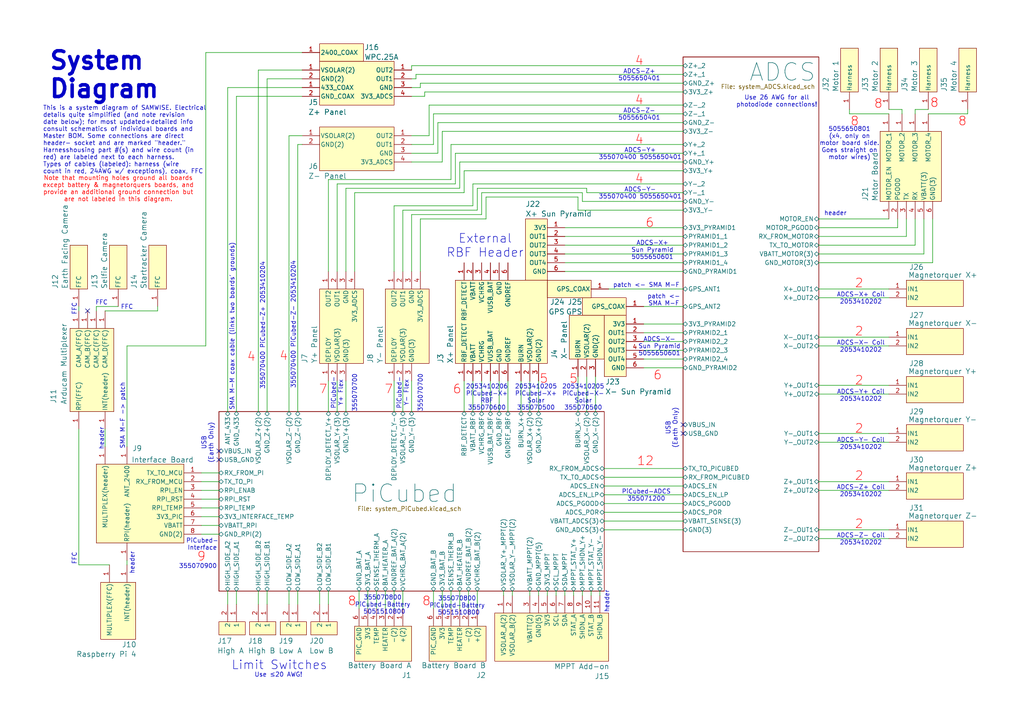
<source format=kicad_sch>
(kicad_sch (version 20250114) (generator "eeschema") (generator_version "9.0")
  (paper "A4")
  (title_block (title "system") (date "2025-06-09") (company "Stanford Space Initiative") (comment 1 "Hunter Liu"))
  (lib_symbols
    (symbol "Y_panel_1" (pin_names (offset 0.254))
      (property "Reference" "J7" (at 5.08 6.8969 0))
      (property "Value" "Y Panel" (at 5.08 4.064 0))
      (symbol "Y_panel_1_1_1"
        (pin passive line (at 0 0 0) (length 5.08) (name "DEPLOY") (number "1"))
        (pin passive line (at 0 -2.54 0) (length 5.08) (name "VSOLAR(3)") (number "2"))
        (pin passive line (at 0 -5.08 0) (length 5.08) (name "GND(3)") (number "3"))
        (pin passive line (at 31.75 0 180) (length 5.08) (name "OUT2") (number "1"))
        (pin passive line (at 31.75 -2.54 180) (length 5.08) (name "OUT1") (number "2"))
        (pin passive line (at 31.75 -5.08 180) (length 5.08) (name "GND") (number "3"))
        (pin passive line (at 31.75 -7.62 180) (length 5.08) (name "3V3_ADCS") (number "4"))
      )
    )
    (symbol "ssi_system:WPC.25A_system" (pin_names (offset 0.254))
      (property "Reference" "J16" (at 18.034 1.524 0))
      (property "Value" "WPC.25A" (at 18.034 -1.3089 0))
      (symbol "WPC.25A_system_1_1"
        (pin passive line (at 0 0 0) (length 5.08) (name "2400_COAX") (number "1"))
      )
    )
    (symbol "ssi_system:X+_panel" (pin_names (offset 0.254))
      (property "Reference" "J3" (at 5.08 6.858 0))
      (property "Value" "X+ Panel" (at 5.08 4.0251 0))
      (symbol "X+_panel_1_1"
        (pin passive line (at 0 0 0) (length 5.08) (name "RBF_DETECT") (number "1"))
        (pin passive line (at 0 -2.54 0) (length 5.08) (name "VBATT") (number "2"))
        (pin passive line (at 0 -5.08 0) (length 5.08) (name "VCHRG") (number "3"))
        (pin passive line (at 0 -7.62 0) (length 5.08) (name "VUSB_BAT") (number "4"))
        (pin passive line (at 0 -10.16 0) (length 5.08) (name "GND") (number "5"))
        (pin passive line (at 0 -12.7 0) (length 5.08) (name "GNDREF") (number "6"))
        (pin passive line (at 0 -16.51 0) (length 5.08) (name "BURN") (number "1"))
        (pin passive line (at 0 -19.05 0) (length 5.08) (name "VSOLAR(2)") (number "2"))
        (pin passive line (at 0 -21.59 0) (length 5.08) (name "GND(2)") (number "3"))
        (pin passive line (at 34.29 0 180) (length 5.08) (name "RBF_DETECT") (number "1"))
        (pin passive line (at 34.29 -2.54 180) (length 5.08) (name "VBATT") (number "2"))
        (pin passive line (at 34.29 -5.08 180) (length 5.08) (name "VCHRG") (number "3"))
        (pin passive line (at 34.29 -7.62 180) (length 5.08) (name "VUSB_BAT") (number "4"))
        (pin passive line (at 34.29 -10.16 180) (length 5.08) (name "GND") (number "5"))
        (pin passive line (at 34.29 -12.7 180) (length 5.08) (name "GNDREF") (number "6"))
      )
    )
    (symbol "ssi_system:X-_panel" (pin_names (offset 0.254))
      (property "Reference" "J4" (at 5.08 6.858 0))
      (property "Value" "X- Panel" (at 5.08 4.0251 0))
      (symbol "X-_panel_1_1"
        (pin passive line (at 0 0 0) (length 5.08) (name "BURN") (number "1"))
        (pin passive line (at 0 -2.54 0) (length 5.08) (name "VSOLAR(2)") (number "2"))
        (pin passive line (at 0 -5.08 0) (length 5.08) (name "GND(2)") (number "3"))
      )
    )
    (symbol "ssi_system:Y_panel" (pin_names (offset 0.254))
      (property "Reference" "J7" (at 5.08 6.8969 0))
      (property "Value" "Y Panel" (at 5.08 4.064 0))
      (symbol "Y_panel_1_1"
        (pin passive line (at 0 0 0) (length 5.08) (name "DEPLOY") (number "1"))
        (pin passive line (at 0 -2.54 0) (length 5.08) (name "VSOLAR(3)") (number "2"))
        (pin passive line (at 0 -5.08 0) (length 5.08) (name "GND(3)") (number "3"))
        (pin passive line (at 31.75 0 180) (length 5.08) (name "OUT2") (number "1"))
        (pin passive line (at 31.75 -2.54 180) (length 5.08) (name "OUT1") (number "2"))
        (pin passive line (at 31.75 -5.08 180) (length 5.08) (name "GND") (number "3"))
        (pin passive line (at 31.75 -7.62 180) (length 5.08) (name "3V3_ADCS") (number "4"))
      )
    )
    (symbol "ssi_system:Z+_panel" (pin_names (offset 0.254))
      (property "Reference" "J5" (at 22.606 6.858 0))
      (property "Value" "Z+ Panel" (at 22.606 4.0251 0))
      (symbol "Z+_panel_1_1"
        (pin passive line (at 0 0 0) (length 5.08) (name "VSOLAR(2)") (number "1"))
        (pin passive line (at 0 -2.54 0) (length 5.08) (name "GND(2)") (number "2"))
        (pin passive line (at 0 -5.08 0) (length 5.08) (name "433_COAX") (number "1"))
        (pin passive line (at 0 -7.62 0) (length 5.08) (name "GND_COAX") (number "2"))
        (pin passive line (at 31.75 0 180) (length 5.08) (name "OUT2") (number "1"))
        (pin passive line (at 31.75 -2.54 180) (length 5.08) (name "OUT1") (number "2"))
        (pin passive line (at 31.75 -5.08 180) (length 5.08) (name "GND") (number "3"))
        (pin passive line (at 31.75 -7.62 180) (length 5.08) (name "3V3_ADCS") (number "4"))
      )
    )
    (symbol "ssi_system:Z-_panel" (pin_names (offset 0.254))
      (property "Reference" "J6" (at 22.86 6.858 0))
      (property "Value" "Z- Panel" (at 22.86 4.0251 0))
      (symbol "Z-_panel_1_1"
        (pin passive line (at 0 0 0) (length 5.08) (name "VSOLAR(2)") (number "1"))
        (pin passive line (at 0 -2.54 0) (length 5.08) (name "GND(2)") (number "2"))
        (pin passive line (at 31.75 0 180) (length 5.08) (name "OUT2") (number "1"))
        (pin passive line (at 31.75 -2.54 180) (length 5.08) (name "OUT1") (number "2"))
        (pin passive line (at 31.75 -5.08 180) (length 5.08) (name "GND") (number "3"))
        (pin passive line (at 31.75 -7.62 180) (length 5.08) (name "3V3_ADCS") (number "4"))
      )
    )
    (symbol "ssi_system:arducam_multiplexer" (pin_names (offset 0.254))
      (property "Reference" "J11" (at 0.254 -19.304 90))
      (property "Value" "Arducam Multiplexer" (at 3.302 -19.558 90))
      (symbol "arducam_multiplexer_1_1"
        (pin passive line (at 7.62 7.62 270) (length 5.08) (name "CAM_A(FFC)") (number "1"))
        (pin passive line (at 7.62 -26.67 90) (length 5.08) (name "RPI(FFC)") (number "1"))
        (pin passive line (at 10.16 7.62 270) (length 5.08) (name "CAM_B(FFC)") (number "1"))
        (pin passive line (at 12.7 7.62 270) (length 5.08) (name "CAM_C(FFC)") (number "1"))
        (pin passive line (at 15.24 7.62 270) (length 5.08) (name "CAM_D(FFC)") (number "1"))
        (pin passive line (at 15.24 -26.67 90) (length 5.08) (name "INT(header)") (number "1"))
      )
    )
    (symbol "ssi_system:battery_board" (pin_names (offset 0.254))
      (property "Reference" "J1" (at 19.304 2.54 90))
      (property "Value" "Battery Board" (at 16.4711 2.54 90))
      (symbol "battery_board_1_1"
        (pin passive line (at 0 0 0) (length 5.08) (name "+(2)") (number "1"))
        (pin passive line (at 0 -2.54 0) (length 5.08) (name "-(2)") (number "2"))
        (pin passive line (at 0 -5.08 0) (length 5.08) (name "HEATER") (number "3"))
        (pin passive line (at 0 -7.62 0) (length 5.08) (name "TEMP") (number "4"))
        (pin passive line (at 0 -10.16 0) (length 5.08) (name "3V3") (number "5"))
        (pin passive line (at 0 -12.7 0) (length 5.08) (name "PIC_GND") (number "6"))
      )
    )
    (symbol "ssi_system:gps" (pin_names (offset 0.254))
      (property "Reference" "J24" (at 12.7 3.7711 0))
      (property "Value" "GPS" (at 12.7 6.604 0))
      (symbol "gps_1_1"
        (pin passive line (at 0 0 0) (length 5.08) (name "GPS_COAX") (number "1"))
      )
    )
    (symbol "ssi_system:limit_switch" (pin_names (offset 0.254))
      (property "Reference" "J17" (at 10.6291 -5.588 90))
      (property "Value" "High A" (at 13.462 -5.588 90))
      (symbol "limit_switch_1_1"
        (pin passive line (at 0 0 0) (length 5.08) (name "1") (number "1"))
        (pin passive line (at 0 -2.54 0) (length 5.08) (name "2") (number "2"))
      )
    )
    (symbol "ssi_system:magnetorquer_coil" (pin_names (offset 0.254))
      (property "Reference" "J26" (at 5.842 6.35 0))
      (property "Value" "Magnetorquer" (at 5.588 4.064 0))
      (symbol "magnetorquer_coil_1_1"
        (pin passive line (at 0 0 0) (length 5.08) (name "IN1") (number "1"))
        (pin passive line (at 0 -2.54 0) (length 5.08) (name "IN2") (number "2"))
      )
    )
    (symbol "ssi_system:motor_board" (pin_names (offset 0.254))
      (property "Reference" "J21" (at 5.08 6.858 0))
      (property "Value" "Motor Board" (at 5.08 4.0251 0))
      (symbol "motor_board_1_1"
        (pin passive line (at 0 0 0) (length 5.08) (name "MOTOR_EN") (number "1"))
        (pin passive line (at 0 -2.54 0) (length 5.08) (name "PGOOD") (number "2"))
        (pin passive line (at 0 -5.08 0) (length 5.08) (name "TX") (number "3"))
        (pin passive line (at 0 -7.62 0) (length 5.08) (name "RX") (number "4"))
        (pin passive line (at 0 -10.16 0) (length 5.08) (name "VBATT(3)") (number "5"))
        (pin passive line (at 0 -12.7 0) (length 5.08) (name "GND(3)") (number "6"))
        (pin passive line (at 30.48 0 180) (length 5.08) (name "MOTOR_1") (number "1"))
        (pin passive line (at 30.48 -3.81 180) (length 5.08) (name "MOTOR_2") (number "1"))
        (pin passive line (at 30.48 -7.62 180) (length 5.08) (name "MOTOR_3") (number "1"))
        (pin passive line (at 30.48 -11.43 180) (length 5.08) (name "MOTOR_4") (number "1"))
      )
    )
    (symbol "ssi_system:mppt_addon" (pin_names (offset 0.254))
      (property "Reference" "J15" (at 0.7231 -30.734 90))
      (property "Value" "MPPT Add-on" (at 3.556 -30.734 90))
      (symbol "mppt_addon_1_1"
        (pin passive line (at 24.13 0 180) (length 5.08) (name "VSOLAR_A(2)") (number "1"))
        (pin passive line (at 24.13 -2.54 180) (length 5.08) (name "VSOLAR_B(2)") (number "2"))
        (pin passive line (at 24.13 -7.62 180) (length 5.08) (name "VBATT(2)") (number "3"))
        (pin passive line (at 24.13 -10.16 180) (length 5.08) (name "GND(5)") (number "4"))
        (pin passive line (at 24.13 -12.7 180) (length 5.08) (name "3V3") (number "5"))
        (pin passive line (at 24.13 -15.24 180) (length 5.08) (name "SCL") (number "6"))
        (pin passive line (at 24.13 -17.78 180) (length 5.08) (name "SDA") (number "7"))
        (pin passive line (at 24.13 -20.32 180) (length 5.08) (name "STAT_A") (number "8"))
        (pin passive line (at 24.13 -22.86 180) (length 5.08) (name "SHDN_A") (number "9"))
        (pin passive line (at 24.13 -25.4 180) (length 5.08) (name "STAT_B") (number "10"))
        (pin passive line (at 24.13 -27.94 180) (length 5.08) (name "SHDN_B") (number "11"))
      )
    )
    (symbol "ssi_system:reactionwheel_motor" (pin_names (offset 0.254))
      (property "Reference" "J32" (at 5.08 6.858 0))
      (property "Value" "Motor" (at 5.08 4.0251 0))
      (symbol "reactionwheel_motor_1_1"
        (pin passive line (at 0 0 0) (length 5.08) (name "Harness") (number "1"))
      )
    )
    (symbol "ssi_system:rpi_4" (pin_names (offset 0.254))
      (property "Reference" "J10" (at 23.114 -1.524 90))
      (property "Value" "Raspberry Pi 4" (at 25.908 -14.732 90))
      (symbol "rpi_4_1_1"
        (pin passive line (at 0 0 0) (length 5.08) (name "INT(header)") (number "1"))
        (pin passive line (at 0 -5.08 0) (length 5.08) (name "MULTIPLEX(FFC)") (number "1"))
      )
    )
    (symbol "ssi_system:rpi_camera" (pin_names (offset 0.254))
      (property "Reference" "J12" (at 5.08 6.858 0))
      (property "Value" "Earth Facing Camera" (at 5.08 4.0251 0))
      (symbol "rpi_camera_1_1"
        (pin passive line (at 0 0 0) (length 5.08) (name "FFC") (number "1"))
      )
    )
    (symbol "ssi_system:rpi_interface" (pin_names (offset 0.254))
      (property "Reference" "J9" (at 15.494 7.112 0))
      (property "Value" "Interface Board" (at 15.24 3.81 0))
      (symbol "rpi_interface_1_1"
        (pin passive line (at 7.62 7.62 270) (length 5.08) (name "MULTIPLEX(header)") (number "1"))
        (pin passive line (at 13.97 7.62 270) (length 5.08) (name "ANT_2400") (number "1"))
        (pin passive line (at 13.97 -25.4 90) (length 5.08) (name "RPI(header)") (number "1"))
        (pin passive line (at 35.56 0 180) (length 5.08) (name "TX_TO_MCU") (number "1"))
        (pin passive line (at 35.56 -2.54 180) (length 5.08) (name "RX_FROM_MCU") (number "2"))
        (pin passive line (at 35.56 -5.08 180) (length 5.08) (name "RPI_EN") (number "3"))
        (pin passive line (at 35.56 -7.62 180) (length 5.08) (name "RPI_RST") (number "4"))
        (pin passive line (at 35.56 -10.16 180) (length 5.08) (name "RPI_TEMP") (number "5"))
        (pin passive line (at 35.56 -12.7 180) (length 5.08) (name "3V3_PIC") (number "6"))
        (pin passive line (at 35.56 -15.24 180) (length 5.08) (name "VBATT") (number "7"))
        (pin passive line (at 35.56 -17.78 180) (length 5.08) (name "GND(2)") (number "8"))
      )
    )
    (symbol "ssi_system:sun_pyramid" (pin_names (offset 0.254))
      (property "Reference" "J22" (at 5.08 6.858 0))
      (property "Value" "Sun Pyramid" (at 5.08 4.0251 0))
      (symbol "sun_pyramid_1_1"
        (pin passive line (at 16.51 0 180) (length 5.08) (name "3V3") (number "1"))
        (pin passive line (at 16.51 -2.54 180) (length 5.08) (name "OUT1") (number "2"))
        (pin passive line (at 16.51 -5.08 180) (length 5.08) (name "OUT2") (number "3"))
        (pin passive line (at 16.51 -7.62 180) (length 5.08) (name "OUT3") (number "4"))
        (pin passive line (at 16.51 -10.16 180) (length 5.08) (name "OUT4") (number "5"))
        (pin passive line (at 16.51 -12.7 180) (length 5.08) (name "GND") (number "6"))
      )
    )
  )
  (bus_alias "FFC" (members "FFC"))
  (bus_alias "PiCubed_Interface(9)" (members "UART_TO_MCU" "UART_FROM_MCU" "RPI_EN" "RPI_RST" "RPI_TEMP" "3V3_PIC" "VBATT" "GND(2)"))
  (bus_alias "PiCubed_Z(4)" (members "VSOLAR(2)" "GND(2)"))
  (bus_alias "coax_patch" (members "coax"))
  (bus_alias "coax_sma_MtoM" (members "SIGNAL" "GND"))
  (bus_alias "header" (members "FFC"))
  (text "4" (at 185.42 40.64 0) (effects (font (size 2.54 2.54))))
  (text "SMA M-M coax cable (links two boards' grounds)" (at 67.31 94.742 90) (effects (font (size 1.27 1.27))))
  (text "5" (at 157.734 109.982 0) (effects (font (size 2.54 2.54))))
  (text "6" (at 188.468 64.77 0) (effects (font (size 2.54 2.54))))
  (text "355070400 PiCubed-Z- 2053410204" (at 85.09 94.234 90) (effects (font (size 1.27 1.27))))
  (text "2" (at 249.174 82.296 0) (effects (font (size 2.54 2.54))))
  (text "2" (at 249.174 124.46 0) (effects (font (size 2.54 2.54))))
  (text "ADCS-Z+\n5055650401" (at 185.42 21.844 0) (effects (font (size 1.27 1.27))))
  (text "header" (at 176.022 174.498 90) (effects (font (size 1.27 1.27))))
  (text "ADCS-X+\nSun Pyramid\n5055650601" (at 189.23 72.644 0) (effects (font (size 1.27 1.27))))
  (text "System\nDiagram" (at 13.97 21.844 0) (effects (font (size 5.08 5.08) (thickness 1.016) (bold yes)) (justify left)))
  (text "FFC" (at 21.59 89.662 90) (effects (font (size 1.27 1.27))))
  (text "ADCS-Y- Coil\n2053410202" (at 249.682 128.778 0) (effects (font (size 1.27 1.27))))
  (text "ADCS-X-\nSun Pyramid\n5055650601" (at 191.262 100.584 0) (effects (font (size 1.27 1.27))))
  (text "8" (at 271.018 29.972 0) (effects (font (size 2.54 2.54))))
  (text "12" (at 187.198 133.858 0) (effects (font (size 2.54 2.54))))
  (text "4" (at 185.42 29.21 0) (effects (font (size 2.54 2.54))))
  (text "4" (at 185.42 52.07 0) (effects (font (size 2.54 2.54))))
  (text "5055650801\n(x4, only on\nmotor board side.\nGoes straight on\nmotor wires)" (at 246.38 41.656 0) (effects (font (size 1.27 1.27))))
  (text "4" (at 185.42 17.78 0) (effects (font (size 2.54 2.54))))
  (text "8" (at 279.146 35.306 0) (effects (font (size 2.54 2.54))))
  (text "ADCS-Z- Coil\n2053410202" (at 249.682 156.464 0) (effects (font (size 1.27 1.27))))
  (text "header" (at 29.464 127.254 90) (effects (font (size 1.27 1.27))))
  (text "FFC" (at 29.464 87.884 0) (effects (font (size 1.27 1.27))))
  (text "6" (at 132.588 113.03 0) (effects (font (size 2.54 2.54))))
  (text "2" (at 249.174 152.146 0) (effects (font (size 2.54 2.54))))
  (text "8" (at 247.904 35.306 0) (effects (font (size 2.54 2.54))))
  (text "ADCS-X- Coil\n2053410202" (at 249.682 100.584 0) (effects (font (size 1.27 1.27))))
  (text "PiCubed-ADCS\n355071200" (at 187.452 143.764 0) (effects (font (size 1.27 1.27))))
  (text "5" (at 166.37 109.982 0) (effects (font (size 2.54 2.54))))
  (text "ADCS-Y+\n355070400 5055650401" (at 185.674 44.704 0) (effects (font (size 1.27 1.27))))
  (text "ADCS-Z-\n5055650401" (at 185.42 33.274 0) (effects (font (size 1.27 1.27))))
  (text "Use 26 AWG for all\nphotodiode connections!" (at 225.298 29.464 0) (effects (font (size 1.27 1.27))))
  (text "355070800\nPiCubed-Battery\n 5051510800" (at 132.588 175.768 0) (effects (font (size 1.27 1.27))))
  (text "ADCS-Y-\n355070400 5055650401" (at 185.674 56.134 0) (effects (font (size 1.27 1.27))))
  (text "4" (at 82.296 103.378 0) (effects (font (size 2.54 2.54))))
  (text "SMA M-F -> patch" (at 35.56 120.65 90) (effects (font (size 1.27 1.27))))
  (text "PiCubed-\nY- Flex\n\n355070700" (at 118.872 114.046 90) (effects (font (size 1.27 1.27))))
  (text "2053410205\nPiCubed-X-\nSolar\n355070500" (at 169.164 115.316 0) (effects (font (size 1.27 1.27))))
  (text "Use ≤20 AWG!" (at 80.772 195.834 0) (effects (font (size 1.27 1.27))))
  (text "2" (at 249.174 96.266 0) (effects (font (size 2.54 2.54))))
  (text "PiCubed-\nY+ Flex\n\n355070700" (at 99.822 114.046 90) (effects (font (size 1.27 1.27))))
  (text "9" (at 58.42 161.544 0) (effects (font (size 2.54 2.54))))
  (text "patch <-\nSMA M-F" (at 192.532 87.122 0) (effects (font (size 1.27 1.27))))
  (text "USB\n(Earth Only)" (at 194.818 124.206 90) (effects (font (size 1.27 1.27))))
  (text "header" (at 38.354 163.322 90) (effects (font (size 1.27 1.27))))
  (text "2" (at 249.174 138.176 0) (effects (font (size 2.54 2.54))))
  (text "355070800\nPiCubed-Battery\n 5051510800" (at 110.998 175.514 0) (effects (font (size 1.27 1.27))))
  (text "patch <- SMA M-F" (at 187.452 82.804 0) (effects (font (size 1.27 1.27))))
  (text "7" (at 112.776 113.03 0) (effects (font (size 2.54 2.54))))
  (text "header" (at 242.316 61.976 0) (effects (font (size 1.27 1.27))))
  (text "8" (at 123.698 174.498 0) (effects (font (size 2.54 2.54))))
  (text "355070400 PiCubed-Z+ 2053410204" (at 76.2 94.488 90) (effects (font (size 1.27 1.27))))
  (text "2053410206\nPiCubed-X+\nRBF\n355070600" (at 141.224 115.316 0) (effects (font (size 1.27 1.27))))
  (text "ADCS-X+ Coil\n2053410202" (at 249.682 86.614 0) (effects (font (size 1.27 1.27))))
  (text "8" (at 254.762 30.226 0) (effects (font (size 2.54 2.54))))
  (text "2" (at 249.174 110.49 0) (effects (font (size 2.54 2.54))))
  (text "Note that mounting holes ground all boards\nexcept battery & magnetorquers boards, and\nprovide an additional ground connection but\nare not labeled in this diagram." (at 34.29 54.864 0) (effects (font (size 1.27 1.27))))
  (text "Limit Switches" (at 81.026 193.04 0) (effects (font (size 2.54 2.54))))
  (text "USB\n(Earth Only)" (at 60.198 128.524 90) (effects (font (size 1.27 1.27))))
  (text "PiCubed-\nInterface" (at 58.674 157.988 0) (effects (font (size 1.27 1.27))))
  (text "ADCS-Z+ Coil\n2053410202" (at 249.682 142.494 0) (effects (font (size 1.27 1.27))))
  (text "FFC" (at 36.83 89.154 0) (effects (font (size 1.27 1.27))))
  (text "This is a system diagram of SAMWISE. Electrical\ndetails quite simplified (and note revision\ndate below); for most updated+detailed info\nconsult schematics of individual boards and\nMaster BOM. Some connections are direct\nheader- socket and are marked \"header.\"\nHarnesshousing part #(s) and wire count (in\nred) are labeled next to each harness.\nTypes of cables (labeled): harness (wire\ncount in red, 24AWG w/ exceptions), coax, FFC" (at 12.446 40.64 0) (effects (font (size 1.27 1.27)) (justify left)))
  (text "ADCS-Y+ Coil\n2053410202" (at 249.682 114.808 0) (effects (font (size 1.27 1.27))))
  (text "8" (at 102.108 174.498 0) (effects (font (size 2.54 2.54))))
  (text "FFC" (at 21.59 162.052 90) (effects (font (size 1.27 1.27))))
  (text "355070900" (at 57.404 164.338 0) (effects (font (size 1.27 1.27))))
  (text "4" (at 72.898 103.632 0) (effects (font (size 2.54 2.54))))
  (text "External\nRBF Header" (at 140.716 71.374 0) (effects (font (size 2.54 2.54))))
  (text "2053410205\nPiCubed-X+\nSolar\n355070500" (at 155.448 115.316 0) (effects (font (size 1.27 1.27))))
  (text "6" (at 190.754 108.966 0) (effects (font (size 2.54 2.54))))
  (text "7" (at 93.726 113.03 0) (effects (font (size 2.54 2.54))))
  (no_connect (at 25.4 90.17))
  (no_connect (at 198.12 123.19))
  (no_connect (at 63.5 130.81))
  (no_connect (at 198.12 125.73))
  (no_connect (at 63.5 133.35))
  (wire (pts (xy 138.43 54.61) (xy 170.18 54.61)))
  (wire (pts (xy 163.83 66.04) (xy 198.12 66.04)))
  (wire (pts (xy 237.49 128.27) (xy 257.81 128.27)))
  (wire (pts (xy 116.84 171.45) (xy 116.84 176.53)))
  (wire (pts (xy 74.93 171.45) (xy 74.93 175.26)))
  (wire (pts (xy 119.38 27.94) (xy 123.19 27.94)))
  (wire (pts (xy 134.62 110.49) (xy 134.62 119.38)))
  (wire (pts (xy 133.35 46.99) (xy 198.12 46.99)))
  (wire (pts (xy 170.18 55.88) (xy 198.12 55.88)))
  (wire (pts (xy 237.49 156.21) (xy 257.81 156.21)))
  (wire (pts (xy 125.73 41.91) (xy 125.73 33.02)))
  (wire (pts (xy 175.26 143.51) (xy 198.12 143.51)))
  (wire (pts (xy 237.49 111.76) (xy 257.81 111.76)))
  (wire (pts (xy 36.83 129.54) (xy 36.83 100.33)))
  (wire (pts (xy 27.94 90.17) (xy 27.94 88.9)))
  (wire (pts (xy 92.71 171.45) (xy 92.71 175.26)))
  (wire (pts (xy 58.42 147.32) (xy 63.5 147.32)))
  (wire (pts (xy 265.43 33.02) (xy 265.43 31.75)))
  (wire (pts (xy 261.62 31.75) (xy 261.62 33.02)))
  (wire (pts (xy 119.38 20.32) (xy 119.38 19.05)))
  (wire (pts (xy 106.68 171.45) (xy 106.68 176.53)))
  (wire (pts (xy 237.49 100.33) (xy 257.81 100.33)))
  (wire (pts (xy 237.49 83.82) (xy 257.81 83.82)))
  (wire (pts (xy 175.26 151.13) (xy 198.12 151.13)))
  (wire (pts (xy 237.49 97.79) (xy 257.81 97.79)))
  (wire (pts (xy 119.38 78.74) (xy 119.38 62.23)))
  (wire (pts (xy 58.42 139.7) (xy 63.5 139.7)))
  (wire (pts (xy 172.72 109.22) (xy 172.72 119.38)))
  (wire (pts (xy 166.37 171.45) (xy 166.37 172.72)))
  (wire (pts (xy 265.43 71.12) (xy 265.43 63.5)))
  (wire (pts (xy 58.42 144.78) (xy 63.5 144.78)))
  (wire (pts (xy 128.27 38.1) (xy 198.12 38.1)))
  (wire (pts (xy 186.69 99.06) (xy 198.12 99.06)))
  (wire (pts (xy 97.79 110.49) (xy 97.79 119.38)))
  (wire (pts (xy 262.89 68.58) (xy 262.89 63.5)))
  (wire (pts (xy 133.35 171.45) (xy 133.35 176.53)))
  (wire (pts (xy 186.69 88.9) (xy 198.12 88.9)))
  (wire (pts (xy 163.83 78.74) (xy 198.12 78.74)))
  (wire (pts (xy 170.18 54.61) (xy 170.18 55.88)))
  (wire (pts (xy 146.05 171.45) (xy 146.05 172.72)))
  (wire (pts (xy 125.73 171.45) (xy 125.73 176.53)))
  (wire (pts (xy 132.08 44.45) (xy 198.12 44.45)))
  (wire (pts (xy 156.21 171.45) (xy 156.21 172.72)))
  (wire (pts (xy 186.69 96.52) (xy 198.12 96.52)))
  (wire (pts (xy 119.38 41.91) (xy 125.73 41.91)))
  (wire (pts (xy 86.36 171.45) (xy 86.36 175.26)))
  (wire (pts (xy 175.26 146.05) (xy 198.12 146.05)))
  (wire (pts (xy 77.47 119.38) (xy 77.47 22.86)))
  (wire (pts (xy 139.7 110.49) (xy 139.7 119.38)))
  (wire (pts (xy 163.83 71.12) (xy 198.12 71.12)))
  (wire (pts (xy 139.7 55.88) (xy 168.91 55.88)))
  (wire (pts (xy 120.65 21.59) (xy 120.65 22.86)))
  (wire (pts (xy 134.62 55.88) (xy 134.62 49.53)))
  (wire (pts (xy 175.26 138.43) (xy 198.12 138.43)))
  (wire (pts (xy 95.25 78.74) (xy 95.25 52.07)))
  (wire (pts (xy 68.58 171.45) (xy 68.58 175.26)))
  (wire (pts (xy 119.38 25.4) (xy 121.92 25.4)))
  (wire (pts (xy 102.87 55.88) (xy 134.62 55.88)))
  (wire (pts (xy 58.42 142.24) (xy 63.5 142.24)))
  (wire (pts (xy 74.93 20.32) (xy 87.63 20.32)))
  (wire (pts (xy 186.69 101.6) (xy 198.12 101.6)))
  (wire (pts (xy 148.59 171.45) (xy 148.59 172.72)))
  (wire (pts (xy 138.43 54.61) (xy 138.43 60.96)))
  (wire (pts (xy 163.83 76.2) (xy 198.12 76.2)))
  (wire (pts (xy 237.49 71.12) (xy 265.43 71.12)))
  (wire (pts (xy 140.97 57.15) (xy 167.64 57.15)))
  (wire (pts (xy 237.49 125.73) (xy 257.81 125.73)))
  (wire (pts (xy 237.49 139.7) (xy 257.81 139.7)))
  (wire (pts (xy 102.87 78.74) (xy 102.87 55.88)))
  (wire (pts (xy 237.49 63.5) (xy 257.81 63.5)))
  (wire (pts (xy 68.58 119.38) (xy 68.58 27.94)))
  (wire (pts (xy 58.42 154.94) (xy 63.5 154.94)))
  (wire (pts (xy 269.24 33.02) (xy 280.67 33.02)))
  (wire (pts (xy 77.47 171.45) (xy 77.47 175.26)))
  (wire (pts (xy 186.69 93.98) (xy 198.12 93.98)))
  (wire (pts (xy 114.3 78.74) (xy 114.3 59.69)))
  (wire (pts (xy 147.32 110.49) (xy 147.32 119.38)))
  (wire (pts (xy 119.38 46.99) (xy 128.27 46.99)))
  (wire (pts (xy 124.46 30.48) (xy 198.12 30.48)))
  (wire (pts (xy 142.24 110.49) (xy 142.24 119.38)))
  (wire (pts (xy 127 44.45) (xy 127 35.56)))
  (wire (pts (xy 280.67 33.02) (xy 280.67 31.75)))
  (wire (pts (xy 97.79 53.34) (xy 132.08 53.34)))
  (wire (pts (xy 127 35.56) (xy 198.12 35.56)))
  (wire (pts (xy 58.42 152.4) (xy 63.5 152.4)))
  (wire (pts (xy 133.35 54.61) (xy 133.35 46.99)))
  (wire (pts (xy 137.16 59.69) (xy 137.16 53.34)))
  (wire (pts (xy 116.84 60.96) (xy 138.43 60.96)))
  (wire (pts (xy 30.48 124.46) (xy 30.48 129.54)))
  (wire (pts (xy 171.45 171.45) (xy 171.45 172.72)))
  (wire (pts (xy 111.76 171.45) (xy 111.76 176.53)))
  (wire (pts (xy 175.26 140.97) (xy 198.12 140.97)))
  (wire (pts (xy 119.38 110.49) (xy 119.38 119.38)))
  (wire (pts (xy 104.14 171.45) (xy 104.14 176.53)))
  (wire (pts (xy 74.93 119.38) (xy 74.93 20.32)))
  (wire (pts (xy 119.38 44.45) (xy 127 44.45)))
  (wire (pts (xy 121.92 63.5) (xy 140.97 63.5)))
  (wire (pts (xy 168.91 171.45) (xy 168.91 172.72)))
  (wire (pts (xy 100.33 110.49) (xy 100.33 119.38)))
  (wire (pts (xy 260.35 66.04) (xy 260.35 63.5)))
  (wire (pts (xy 27.94 88.9) (xy 34.29 88.9)))
  (wire (pts (xy 59.69 100.33) (xy 59.69 15.24)))
  (wire (pts (xy 120.65 22.86) (xy 119.38 22.86)))
  (wire (pts (xy 237.49 66.04) (xy 260.35 66.04)))
  (wire (pts (xy 237.49 86.36) (xy 257.81 86.36)))
  (wire (pts (xy 119.38 39.37) (xy 124.46 39.37)))
  (wire (pts (xy 86.36 41.91) (xy 87.63 41.91)))
  (wire (pts (xy 116.84 110.49) (xy 116.84 119.38)))
  (wire (pts (xy 163.83 68.58) (xy 198.12 68.58)))
  (wire (pts (xy 30.48 90.17) (xy 45.72 90.17)))
  (wire (pts (xy 130.81 171.45) (xy 130.81 176.53)))
  (wire (pts (xy 66.04 171.45) (xy 66.04 175.26)))
  (wire (pts (xy 130.81 52.07) (xy 130.81 41.91)))
  (wire (pts (xy 153.67 171.45) (xy 153.67 172.72)))
  (wire (pts (xy 66.04 25.4) (xy 87.63 25.4)))
  (wire (pts (xy 119.38 19.05) (xy 198.12 19.05)))
  (wire (pts (xy 83.82 119.38) (xy 83.82 39.37)))
  (wire (pts (xy 36.83 100.33) (xy 59.69 100.33)))
  (wire (pts (xy 173.99 171.45) (xy 173.99 172.72)))
  (wire (pts (xy 97.79 78.74) (xy 97.79 53.34)))
  (wire (pts (xy 68.58 27.94) (xy 87.63 27.94)))
  (wire (pts (xy 246.38 33.02) (xy 257.81 33.02)))
  (wire (pts (xy 116.84 78.74) (xy 116.84 60.96)))
  (wire (pts (xy 186.69 106.68) (xy 198.12 106.68)))
  (wire (pts (xy 158.75 171.45) (xy 158.75 172.72)))
  (wire (pts (xy 161.29 171.45) (xy 161.29 172.72)))
  (wire (pts (xy 175.26 135.89) (xy 198.12 135.89)))
  (wire (pts (xy 170.18 109.22) (xy 170.18 119.38)))
  (wire (pts (xy 86.36 119.38) (xy 86.36 41.91)))
  (wire (pts (xy 237.49 73.66) (xy 267.97 73.66)))
  (wire (pts (xy 167.64 57.15) (xy 167.64 60.96)))
  (wire (pts (xy 36.83 162.56) (xy 36.83 163.83)))
  (wire (pts (xy 237.49 153.67) (xy 257.81 153.67)))
  (wire (pts (xy 121.92 25.4) (xy 121.92 24.13)))
  (wire (pts (xy 95.25 171.45) (xy 95.25 175.26)))
  (wire (pts (xy 140.97 63.5) (xy 140.97 57.15)))
  (wire (pts (xy 124.46 39.37) (xy 124.46 30.48)))
  (wire (pts (xy 22.86 88.9) (xy 22.86 90.17)))
  (wire (pts (xy 167.64 60.96) (xy 198.12 60.96)))
  (wire (pts (xy 144.78 110.49) (xy 144.78 119.38)))
  (wire (pts (xy 198.12 21.59) (xy 120.65 21.59)))
  (wire (pts (xy 267.97 73.66) (xy 267.97 63.5)))
  (wire (pts (xy 59.69 15.24) (xy 87.63 15.24)))
  (wire (pts (xy 153.67 110.49) (xy 153.67 119.38)))
  (wire (pts (xy 156.21 110.49) (xy 156.21 119.38)))
  (wire (pts (xy 83.82 171.45) (xy 83.82 175.26)))
  (wire (pts (xy 114.3 59.69) (xy 137.16 59.69)))
  (wire (pts (xy 123.19 27.94) (xy 123.19 26.67)))
  (wire (pts (xy 134.62 49.53) (xy 198.12 49.53)))
  (wire (pts (xy 100.33 78.74) (xy 100.33 54.61)))
  (wire (pts (xy 100.33 54.61) (xy 133.35 54.61)))
  (wire (pts (xy 132.08 53.34) (xy 132.08 44.45)))
  (wire (pts (xy 114.3 110.49) (xy 114.3 119.38)))
  (wire (pts (xy 270.51 76.2) (xy 270.51 63.5)))
  (wire (pts (xy 128.27 46.99) (xy 128.27 38.1)))
  (wire (pts (xy 138.43 171.45) (xy 138.43 176.53)))
  (wire (pts (xy 237.49 142.24) (xy 257.81 142.24)))
  (wire (pts (xy 175.26 148.59) (xy 198.12 148.59)))
  (wire (pts (xy 119.38 62.23) (xy 139.7 62.23)))
  (wire (pts (xy 45.72 90.17) (xy 45.72 88.9)))
  (wire (pts (xy 137.16 53.34) (xy 198.12 53.34)))
  (wire (pts (xy 246.38 33.02) (xy 246.38 31.75)))
  (wire (pts (xy 58.42 137.16) (xy 63.5 137.16)))
  (wire (pts (xy 130.81 41.91) (xy 198.12 41.91)))
  (wire (pts (xy 128.27 171.45) (xy 128.27 176.53)))
  (wire (pts (xy 31.75 163.83) (xy 22.86 163.83)))
  (wire (pts (xy 139.7 62.23) (xy 139.7 55.88)))
  (wire (pts (xy 175.26 153.67) (xy 198.12 153.67)))
  (wire (pts (xy 167.64 109.22) (xy 167.64 119.38)))
  (wire (pts (xy 109.22 171.45) (xy 109.22 176.53)))
  (wire (pts (xy 168.91 55.88) (xy 168.91 58.42)))
  (wire (pts (xy 121.92 78.74) (xy 121.92 63.5)))
  (wire (pts (xy 163.83 73.66) (xy 198.12 73.66)))
  (wire (pts (xy 22.86 163.83) (xy 22.86 124.46)))
  (wire (pts (xy 77.47 22.86) (xy 87.63 22.86)))
  (wire (pts (xy 237.49 68.58) (xy 262.89 68.58)))
  (wire (pts (xy 121.92 24.13) (xy 198.12 24.13)))
  (wire (pts (xy 66.04 119.38) (xy 66.04 25.4)))
  (wire (pts (xy 137.16 110.49) (xy 137.16 119.38)))
  (wire (pts (xy 163.83 171.45) (xy 163.83 172.72)))
  (wire (pts (xy 123.19 26.67) (xy 198.12 26.67)))
  (wire (pts (xy 114.3 171.45) (xy 114.3 176.53)))
  (wire (pts (xy 237.49 76.2) (xy 270.51 76.2)))
  (wire (pts (xy 186.69 104.14) (xy 198.12 104.14)))
  (wire (pts (xy 151.13 110.49) (xy 151.13 119.38)))
  (wire (pts (xy 135.89 171.45) (xy 135.89 176.53)))
  (wire (pts (xy 257.81 31.75) (xy 261.62 31.75)))
  (wire (pts (xy 95.25 52.07) (xy 130.81 52.07)))
  (wire (pts (xy 265.43 31.75) (xy 269.24 31.75)))
  (wire (pts (xy 168.91 58.42) (xy 198.12 58.42)))
  (wire (pts (xy 83.82 39.37) (xy 87.63 39.37)))
  (wire (pts (xy 176.53 83.82) (xy 198.12 83.82)))
  (wire (pts (xy 95.25 110.49) (xy 95.25 119.38)))
  (wire (pts (xy 237.49 114.3) (xy 257.81 114.3)))
  (wire (pts (xy 58.42 149.86) (xy 63.5 149.86)))
  (wire (pts (xy 125.73 33.02) (xy 198.12 33.02)))
  (symbol (lib_id "ssi_system:battery_board") (at 138.43 176.53 270) (unit 1)
    (property "Reference" "J2" (at 140.97 195.834 90) (effects (font (size 1.524 1.524)) (justify right)))
    (property "Value" "Battery Board B" (at 140.97 193.0011 90) (effects (font (size 1.524 1.524)) (justify right)))
  )
  (symbol (lib_id "ssi_system:limit_switch") (at 86.36 175.26 270) (unit 1)
    (property "Reference" "J19" (at 80.772 185.8891 90) (effects (font (size 1.524 1.524)) (justify left)))
    (property "Value" "Low A" (at 80.772 188.722 90) (effects (font (size 1.524 1.524)) (justify left)))
  )
  (symbol (lib_id "ssi_system:motor_board") (at 257.81 63.5 90) (unit 1)
    (property "Reference" "J21" (at 250.952 58.42 0) (effects (font (size 1.524 1.524)) (justify left)))
    (property "Value" "Motor Board" (at 253.7849 58.42 0) (effects (font (size 1.524 1.524)) (justify left)))
  )
  (symbol (lib_id "ssi_system:reactionwheel_motor") (at 246.38 31.75 90) (unit 1)
    (property "Reference" "J32" (at 239.522 26.67 0) (effects (font (size 1.524 1.524)) (justify left)))
    (property "Value" "Motor 1" (at 242.3549 26.67 0) (effects (font (size 1.524 1.524)) (justify left)))
  )
  (symbol (lib_id "ssi_system:magnetorquer_coil") (at 257.81 111.76 0) (unit 1)
    (property "Reference" "J28" (at 263.652 105.41 0) (effects (font (size 1.524 1.524)) (justify left)))
    (property "Value" "Magnetorquer Y+" (at 263.398 107.696 0) (effects (font (size 1.524 1.524)) (justify left)))
  )
  (symbol (lib_id "ssi_system:WPC.25A_system") (at 87.63 15.24 0) (unit 1)
    (property "Reference" "J16" (at 105.664 13.716 0) (effects (font (size 1.524 1.524)) (justify left)))
    (property "Value" "WPC.25A" (at 105.664 16.5489 0) (effects (font (size 1.524 1.524)) (justify left)))
  )
  (symbol (lib_id "ssi_system:magnetorquer_coil") (at 257.81 83.82 0) (unit 1)
    (property "Reference" "J26" (at 263.652 77.47 0) (effects (font (size 1.524 1.524)) (justify left)))
    (property "Value" "Magnetorquer X+" (at 263.398 79.756 0) (effects (font (size 1.524 1.524)) (justify left)))
  )
  (symbol (lib_id "ssi_system:limit_switch") (at 95.25 175.26 270) (unit 1)
    (property "Reference" "J20" (at 89.662 185.8891 90) (effects (font (size 1.524 1.524)) (justify left)))
    (property "Value" "Low B" (at 89.662 188.722 90) (effects (font (size 1.524 1.524)) (justify left)))
  )
  (symbol (lib_id "ssi_system:gps") (at 176.53 83.82 180) (unit 1)
    (property "Reference" "J24" (at 163.83 87.5911 0) (effects (font (size 1.524 1.524)) (justify left)))
    (property "Value" "GPS" (at 163.83 90.424 0) (effects (font (size 1.524 1.524)) (justify left)))
  )
  (symbol (lib_id "ssi_system:battery_board") (at 116.84 176.53 270) (unit 1)
    (property "Reference" "J1" (at 119.38 195.834 90) (effects (font (size 1.524 1.524)) (justify right)))
    (property "Value" "Battery Board A" (at 119.38 193.0011 90) (effects (font (size 1.524 1.524)) (justify right)))
  )
  (symbol (lib_id "ssi_system:Y_panel") (at 95.25 110.49 90) (unit 1)
    (property "Reference" "J7" (at 88.3531 105.41 0) (effects (font (size 1.524 1.524)) (justify left)))
    (property "Value" "Y+ Panel" (at 91.186 105.41 0) (effects (font (size 1.524 1.524)) (justify left)))
  )
  (symbol (lib_id "ssi_system:magnetorquer_coil") (at 257.81 97.79 0) (unit 1)
    (property "Reference" "J27" (at 263.652 91.44 0) (effects (font (size 1.524 1.524)) (justify left)))
    (property "Value" "Magnetorquer X-" (at 263.398 93.726 0) (effects (font (size 1.524 1.524)) (justify left)))
  )
  (symbol (lib_id "ssi_system:rpi_camera") (at 22.86 88.9 90) (unit 1)
    (property "Reference" "J12" (at 16.002 83.82 0) (effects (font (size 1.524 1.524)) (justify left)))
    (property "Value" "Earth Facing Camera" (at 18.8349 83.82 0) (effects (font (size 1.524 1.524)) (justify left)))
  )
  (symbol (lib_id "ssi_system:rpi_interface") (at 22.86 137.16 0) (unit 1)
    (property "Reference" "J9" (at 38.354 130.048 0) (effects (font (size 1.524 1.524)) (justify left)))
    (property "Value" "Interface Board" (at 38.1 133.35 0) (effects (font (size 1.524 1.524)) (justify left)))
  )
  (symbol (lib_id "ssi_system:rpi_camera") (at 34.29 88.9 90) (unit 1)
    (property "Reference" "J13" (at 27.432 83.82 0) (effects (font (size 1.524 1.524)) (justify left)))
    (property "Value" "Selfie Camera" (at 30.2649 83.82 0) (effects (font (size 1.524 1.524)) (justify left)))
  )
  (symbol (lib_name "Y_panel_1") (lib_id "ssi_system:Y_panel") (at 114.3 110.49 90) (unit 1)
    (property "Reference" "J8" (at 107.4031 105.41 0) (effects (font (size 1.524 1.524)) (justify left)))
    (property "Value" "Y- Panel" (at 110.236 105.41 0) (effects (font (size 1.524 1.524)) (justify left)))
  )
  (symbol (lib_id "ssi_system:reactionwheel_motor") (at 257.81 31.75 90) (unit 1)
    (property "Reference" "J33" (at 250.952 26.67 0) (effects (font (size 1.524 1.524)) (justify left)))
    (property "Value" "Motor 2" (at 253.7849 26.67 0) (effects (font (size 1.524 1.524)) (justify left)))
  )
  (symbol (lib_id "ssi_system:rpi_4") (at 36.83 163.83 270) (unit 1)
    (property "Reference" "J10" (at 35.306 186.944 90) (effects (font (size 1.524 1.524)) (justify left)))
    (property "Value" "Raspberry Pi 4" (at 22.098 189.738 90) (effects (font (size 1.524 1.524)) (justify left)))
  )
  (symbol (lib_id "ssi_system:magnetorquer_coil") (at 257.81 153.67 0) (unit 1)
    (property "Reference" "J31" (at 263.652 147.32 0) (effects (font (size 1.524 1.524)) (justify left)))
    (property "Value" "Magnetorquer Z-" (at 263.398 149.606 0) (effects (font (size 1.524 1.524)) (justify left)))
  )
  (symbol (lib_id "ssi_system:gps") (at 186.69 88.9 180) (unit 1)
    (property "Reference" "J25" (at 168.91 87.5911 0) (effects (font (size 1.524 1.524)) (justify left)))
    (property "Value" "GPS" (at 168.91 90.424 0) (effects (font (size 1.524 1.524)) (justify left)))
  )
  (symbol (lib_id "ssi_system:limit_switch") (at 68.58 175.26 270) (unit 1)
    (property "Reference" "J17" (at 62.992 185.8891 90) (effects (font (size 1.524 1.524)) (justify left)))
    (property "Value" "High A" (at 62.992 188.722 90) (effects (font (size 1.524 1.524)) (justify left)))
  )
  (symbol (lib_id "ssi_system:mppt_addon") (at 146.05 196.85 90) (unit 1)
    (property "Reference" "J15" (at 176.784 196.1269 90) (effects (font (size 1.524 1.524)) (justify left)))
    (property "Value" "MPPT Add-on" (at 176.784 193.294 90) (effects (font (size 1.524 1.524)) (justify left)))
  )
  (symbol (lib_id "ssi_system:sun_pyramid") (at 170.18 93.98 0) (unit 1)
    (property "Reference" "J23" (at 175.514 110.744 0) (effects (font (size 1.524 1.524)) (justify left)))
    (property "Value" "X- Sun Pyramid" (at 175.514 113.5769 0) (effects (font (size 1.524 1.524)) (justify left)))
  )
  (symbol (lib_id "ssi_system:sun_pyramid") (at 147.32 66.04 0) (unit 1)
    (property "Reference" "J22" (at 152.4 59.182 0) (effects (font (size 1.524 1.524)) (justify left)))
    (property "Value" "X+ Sun Pyramid" (at 152.4 62.0149 0) (effects (font (size 1.524 1.524)) (justify left)))
  )
  (symbol (lib_id "ssi_system:magnetorquer_coil") (at 257.81 125.73 0) (unit 1)
    (property "Reference" "J29" (at 263.652 119.38 0) (effects (font (size 1.524 1.524)) (justify left)))
    (property "Value" "Magnetorquer Y-" (at 263.398 121.666 0) (effects (font (size 1.524 1.524)) (justify left)))
  )
  (symbol (lib_id "ssi_system:X+_panel") (at 134.62 110.49 90) (unit 1)
    (property "Reference" "J3" (at 127.762 105.41 0) (effects (font (size 1.524 1.524)) (justify left)))
    (property "Value" "X+ Panel" (at 130.5949 105.41 0) (effects (font (size 1.524 1.524)) (justify left)))
  )
  (symbol (lib_id "ssi_system:Z-_panel") (at 87.63 39.37 0) (unit 1)
    (property "Reference" "J6" (at 89.408 48.2211 0) (effects (font (size 1.524 1.524)) (justify left)))
    (property "Value" "Z- Panel" (at 89.408 51.054 0) (effects (font (size 1.524 1.524)) (justify left)))
  )
  (symbol (lib_id "ssi_system:reactionwheel_motor") (at 269.24 31.75 90) (unit 1)
    (property "Reference" "J34" (at 262.382 26.67 0) (effects (font (size 1.524 1.524)) (justify left)))
    (property "Value" "Motor 3" (at 265.2149 26.67 0) (effects (font (size 1.524 1.524)) (justify left)))
  )
  (symbol (lib_id "ssi_system:X-_panel") (at 167.64 109.22 90) (unit 1)
    (property "Reference" "J4" (at 160.782 104.14 0) (effects (font (size 1.524 1.524)) (justify left)))
    (property "Value" "X- Panel" (at 163.6149 104.14 0) (effects (font (size 1.524 1.524)) (justify left)))
  )
  (symbol (lib_id "ssi_system:arducam_multiplexer") (at 15.24 97.79 0) (unit 1)
    (property "Reference" "J11" (at 15.494 117.094 90) (effects (font (size 1.524 1.524)) (justify left)))
    (property "Value" "Arducam Multiplexer" (at 18.542 117.348 90) (effects (font (size 1.524 1.524)) (justify left)))
  )
  (symbol (lib_id "ssi_system:magnetorquer_coil") (at 257.81 139.7 0) (unit 1)
    (property "Reference" "J30" (at 263.652 133.35 0) (effects (font (size 1.524 1.524)) (justify left)))
    (property "Value" "Magnetorquer Z+" (at 263.398 135.636 0) (effects (font (size 1.524 1.524)) (justify left)))
  )
  (symbol (lib_id "ssi_system:Z+_panel") (at 87.63 20.32 0) (unit 1)
    (property "Reference" "J5" (at 89.408 29.6791 0) (effects (font (size 1.524 1.524)) (justify left)))
    (property "Value" "Z+ Panel" (at 89.408 32.512 0) (effects (font (size 1.524 1.524)) (justify left)))
  )
  (symbol (lib_id "ssi_system:reactionwheel_motor") (at 280.67 31.75 90) (unit 1)
    (property "Reference" "J35" (at 273.812 26.67 0) (effects (font (size 1.524 1.524)) (justify left)))
    (property "Value" "Motor 4" (at 276.6449 26.67 0) (effects (font (size 1.524 1.524)) (justify left)))
  )
  (symbol (lib_id "ssi_system:rpi_camera") (at 45.72 88.9 90) (unit 1)
    (property "Reference" "J14" (at 38.862 83.82 0) (effects (font (size 1.524 1.524)) (justify left)))
    (property "Value" "Startracker Camera" (at 41.6949 83.82 0) (effects (font (size 1.524 1.524)) (justify left)))
  )
  (symbol (lib_id "ssi_system:limit_switch") (at 77.47 175.26 270) (unit 1)
    (property "Reference" "J18" (at 71.882 185.8891 90) (effects (font (size 1.524 1.524)) (justify left)))
    (property "Value" "High B" (at 71.882 188.722 90) (effects (font (size 1.524 1.524)) (justify left)))
  )
  (sheet (at 198.12 16.51) (size 39.37 143.51) (stroke (width 0.1524))
    (property "Sheetname" "ADCS" (at 217.17 23.876 0) (effects (font (size 5.08 5.08)) (justify left bottom)))
    (property "Sheetfile" "system_ADCS.kicad_sch" (at 209.042 24.384 0) (effects (justify left top)))
    (pin "3V3_PYRAMID1" bidirectional (at 198.12 66.04 180))
    (pin "3V3_PYRAMID2" bidirectional (at 198.12 93.98 180))
    (pin "3V3_Y+" bidirectional (at 198.12 49.53 180))
    (pin "3V3_Y-" bidirectional (at 198.12 60.96 180))
    (pin "3V3_Z+" bidirectional (at 198.12 26.67 180))
    (pin "3V3_Z-" bidirectional (at 198.12 38.1 180))
    (pin "ADCS_EN" bidirectional (at 198.12 140.97 180))
    (pin "ADCS_EN_LP" bidirectional (at 198.12 143.51 180))
    (pin "ADCS_PGOOD" bidirectional (at 198.12 146.05 180))
    (pin "ADCS_POR" bidirectional (at 198.12 148.59 180))
    (pin "GND(3)" bidirectional (at 198.12 153.67 180))
    (pin "GND_MOTOR(3)" bidirectional (at 237.49 76.2 0))
    (pin "GND_PYRAMID1" bidirectional (at 198.12 78.74 180))
    (pin "GND_PYRAMID2" bidirectional (at 198.12 106.68 180))
    (pin "GND_Y+" bidirectional (at 198.12 46.99 180))
    (pin "GND_Y-" bidirectional (at 198.12 58.42 180))
    (pin "GND_Z+" bidirectional (at 198.12 24.13 180))
    (pin "GND_Z-" bidirectional (at 198.12 35.56 180))
    (pin "GPS_ANT1" bidirectional (at 198.12 83.82 180))
    (pin "GPS_ANT2" bidirectional (at 198.12 88.9 180))
    (pin "MOTOR_EN" bidirectional (at 237.49 63.5 0))
    (pin "MOTOR_PGOOD" bidirectional (at 237.49 66.04 0))
    (pin "PYRAMID1_1" bidirectional (at 198.12 68.58 180))
    (pin "PYRAMID1_2" bidirectional (at 198.12 71.12 180))
    (pin "PYRAMID1_3" bidirectional (at 198.12 73.66 180))
    (pin "PYRAMID1_4" bidirectional (at 198.12 76.2 180))
    (pin "PYRAMID2_1" bidirectional (at 198.12 96.52 180))
    (pin "PYRAMID2_2" bidirectional (at 198.12 99.06 180))
    (pin "PYRAMID2_3" bidirectional (at 198.12 101.6 180))
    (pin "PYRAMID2_4" bidirectional (at 198.12 104.14 180))
    (pin "RX_FROM_MOTOR" bidirectional (at 237.49 68.58 0))
    (pin "RX_FROM_PICUBED" bidirectional (at 198.12 138.43 180))
    (pin "TX_TO_MOTOR" bidirectional (at 237.49 71.12 0))
    (pin "TX_TO_PICUBED" bidirectional (at 198.12 135.89 180))
    (pin "USB_GND" bidirectional (at 198.12 125.73 180))
    (pin "VBATT_MOTOR(3)" bidirectional (at 237.49 73.66 0))
    (pin "VBATT_SENSE(3)" bidirectional (at 198.12 151.13 180))
    (pin "VBUS_IN" bidirectional (at 198.12 123.19 180))
    (pin "X+_OUT1" bidirectional (at 237.49 83.82 0))
    (pin "X+_OUT2" bidirectional (at 237.49 86.36 0))
    (pin "X-_OUT1" bidirectional (at 237.49 97.79 0))
    (pin "X-_OUT2" bidirectional (at 237.49 100.33 0))
    (pin "Y+_1" bidirectional (at 198.12 44.45 180))
    (pin "Y+_2" bidirectional (at 198.12 41.91 180))
    (pin "Y+_OUT1" bidirectional (at 237.49 111.76 0))
    (pin "Y+_OUT2" bidirectional (at 237.49 114.3 0))
    (pin "Y-_1" bidirectional (at 198.12 55.88 180))
    (pin "Y-_2" bidirectional (at 198.12 53.34 180))
    (pin "Y-_OUT1" bidirectional (at 237.49 125.73 0))
    (pin "Y-_OUT2" bidirectional (at 237.49 128.27 0))
    (pin "Z+_1" bidirectional (at 198.12 21.59 180))
    (pin "Z+_2" bidirectional (at 198.12 19.05 180))
    (pin "Z+_OUT1" bidirectional (at 237.49 139.7 0))
    (pin "Z+_OUT2" bidirectional (at 237.49 142.24 0))
    (pin "Z-_1" bidirectional (at 198.12 33.02 180))
    (pin "Z-_2" bidirectional (at 198.12 30.48 180))
    (pin "Z-_OUT1" bidirectional (at 237.49 153.67 0))
    (pin "Z-_OUT2" bidirectional (at 237.49 156.21 0))
  )
  (sheet (at 63.5 119.38) (size 111.76 52.07) (stroke (width 0.1524))
    (property "Sheetname" "PiCubed" (at 101.854 146.05 0) (effects (font (size 5.08 5.08)) (justify left bottom)))
    (property "Sheetfile" "system_PiCubed.kicad_sch" (at 103.632 146.812 0) (effects (justify left top)))
    (pin "3V3_BAT_A" bidirectional (at 106.68 171.45 270))
    (pin "3V3_BAT_B" bidirectional (at 128.27 171.45 270))
    (pin "3V3_INTERFACE_TEMP" bidirectional (at 63.5 149.86 180))
    (pin "3V3_MPPT" bidirectional (at 158.75 171.45 270))
    (pin "ADCS_EN" bidirectional (at 175.26 140.97 0))
    (pin "ADCS_EN_LP" bidirectional (at 175.26 143.51 0))
    (pin "ADCS_PGOOD" bidirectional (at 175.26 146.05 0))
    (pin "ADCS_POR" bidirectional (at 175.26 148.59 0))
    (pin "ANT_433" bidirectional (at 66.04 119.38 90))
    (pin "BAT_HEATER_A" bidirectional (at 111.76 171.45 270))
    (pin "BAT_HEATER_B" bidirectional (at 133.35 171.45 270))
    (pin "BURN_X+" bidirectional (at 151.13 119.38 90))
    (pin "BURN_X-" bidirectional (at 167.64 119.38 90))
    (pin "DEPLOY_DETECT_Y+" bidirectional (at 95.25 119.38 90))
    (pin "DEPLOY_DETECT_Y-" bidirectional (at 114.3 119.38 90))
    (pin "GNDREF_BAT_A(2)" bidirectional (at 114.3 171.45 270))
    (pin "GNDREF_BAT_B(2)" bidirectional (at 135.89 171.45 270))
    (pin "GNDREF_RBF" bidirectional (at 147.32 119.38 90))
    (pin "GND_433" bidirectional (at 68.58 119.38 90))
    (pin "GND_ADCS(3)" bidirectional (at 175.26 153.67 0))
    (pin "GND_BAT_A" bidirectional (at 104.14 171.45 270))
    (pin "GND_BAT_B" bidirectional (at 125.73 171.45 270))
    (pin "GND_MPPT(5)" bidirectional (at 156.21 171.45 270))
    (pin "GND_RBF" bidirectional (at 144.78 119.38 90))
    (pin "GND_RPI(2)" bidirectional (at 63.5 154.94 180))
    (pin "GND_X+(2)" bidirectional (at 156.21 119.38 90))
    (pin "GND_X-(2)" bidirectional (at 172.72 119.38 90))
    (pin "GND_Y+(3)" bidirectional (at 100.33 119.38 90))
    (pin "GND_Y-(3)" bidirectional (at 119.38 119.38 90))
    (pin "GND_Z+(2)" bidirectional (at 77.47 119.38 90))
    (pin "GND_Z-(2)" bidirectional (at 86.36 119.38 90))
    (pin "HIGH_SIDE_A1" bidirectional (at 68.58 171.45 270))
    (pin "HIGH_SIDE_A2" bidirectional (at 66.04 171.45 270))
    (pin "HIGH_SIDE_B1" bidirectional (at 77.47 171.45 270))
    (pin "HIGH_SIDE_B2" bidirectional (at 74.93 171.45 270))
    (pin "LOW_SIDE_A1" bidirectional (at 86.36 171.45 270))
    (pin "LOW_SIDE_A2" bidirectional (at 83.82 171.45 270))
    (pin "LOW_SIDE_B1" bidirectional (at 95.25 171.45 270))
    (pin "LOW_SIDE_B2" bidirectional (at 92.71 171.45 270))
    (pin "MPPT_SHDN_Y+" bidirectional (at 168.91 171.45 270))
    (pin "MPPT_SHDN_Y-" bidirectional (at 173.99 171.45 270))
    (pin "MPPT_STAT_Y+" bidirectional (at 166.37 171.45 270))
    (pin "MPPT_STAT_Y-" bidirectional (at 171.45 171.45 270))
    (pin "RBF_DETECT" bidirectional (at 134.62 119.38 90))
    (pin "RPI_ENAB" bidirectional (at 63.5 142.24 180))
    (pin "RPI_RST" bidirectional (at 63.5 144.78 180))
    (pin "RPI_TEMP" bidirectional (at 63.5 147.32 180))
    (pin "RX_FROM_ADCS" bidirectional (at 175.26 135.89 0))
    (pin "RX_FROM_PI" bidirectional (at 63.5 137.16 180))
    (pin "SCL_MPPT" bidirectional (at 161.29 171.45 270))
    (pin "SDA_MPPT" bidirectional (at 163.83 171.45 270))
    (pin "SENSE_THERM_A" bidirectional (at 109.22 171.45 270))
    (pin "SENSE_THERM_B" bidirectional (at 130.81 171.45 270))
    (pin "TX_TO_ADCS" bidirectional (at 175.26 138.43 0))
    (pin "TX_TO_PI" bidirectional (at 63.5 139.7 180))
    (pin "USB_GND" bidirectional (at 63.5 133.35 180))
    (pin "VBATT_ADCS(3)" bidirectional (at 175.26 151.13 0))
    (pin "VBATT_MPPT(2)" bidirectional (at 153.67 171.45 270))
    (pin "VBATT_RBF" bidirectional (at 137.16 119.38 90))
    (pin "VBATT_RPI" bidirectional (at 63.5 152.4 180))
    (pin "VBUS_IN" bidirectional (at 63.5 130.81 180))
    (pin "VCHRG_BAT_A(2)" bidirectional (at 116.84 171.45 270))
    (pin "VCHRG_BAT_B(2)" bidirectional (at 138.43 171.45 270))
    (pin "VCHRG_RBF" bidirectional (at 139.7 119.38 90))
    (pin "VSOLAR_X+(2)" bidirectional (at 153.67 119.38 90))
    (pin "VSOLAR_X-(2)" bidirectional (at 170.18 119.38 90))
    (pin "VSOLAR_Y+(3)" bidirectional (at 97.79 119.38 90))
    (pin "VSOLAR_Y+_MPPT(2)" bidirectional (at 146.05 171.45 270))
    (pin "VSOLAR_Y-(3)" bidirectional (at 116.84 119.38 90))
    (pin "VSOLAR_Y-_MPPT(2)" bidirectional (at 148.59 171.45 270))
    (pin "VSOLAR_Z+(2)" bidirectional (at 74.93 119.38 90))
    (pin "VSOLAR_Z-(2)" bidirectional (at 83.82 119.38 90))
    (pin "VUSB_BAT_RBF" bidirectional (at 142.24 119.38 90))
  )
)
</source>
